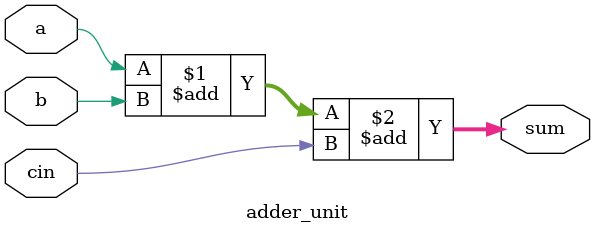
<source format=sv>
module sub_complement_8 (
    input  wire [7:0] minuend,
    input  wire [7:0] subtrahend,
    output wire [7:0] difference
);

    // Intermediate signals for bitwise NOT and carry
    wire [7:0] subtrahend_inverted;
    wire [8:0] adder_sum;

    // Instance: bitwise_not_unit
    bitwise_not_unit #(.WIDTH(8)) u_bitwise_not_unit (
        .a      (subtrahend),
        .y      (subtrahend_inverted)
    );

    // Instance: adder_unit (minuend + ~subtrahend + 1)
    adder_unit #(.WIDTH(8)) u_adder_unit (
        .a      (minuend),
        .b      (subtrahend_inverted),
        .cin    (1'b1),
        .sum    (adder_sum)
    );

    assign difference = adder_sum[7:0];

endmodule

// Submodule: bitwise_not_unit
module bitwise_not_unit #(parameter WIDTH = 1) (
    input  wire [WIDTH-1:0] a,
    output wire [WIDTH-1:0] y
);
    assign y = ~a;
endmodule

// Submodule: adder_unit
module adder_unit #(parameter WIDTH = 1) (
    input  wire [WIDTH-1:0] a,
    input  wire [WIDTH-1:0] b,
    input  wire             cin,
    output wire [WIDTH:0]   sum
);
    assign sum = a + b + cin;
endmodule
</source>
